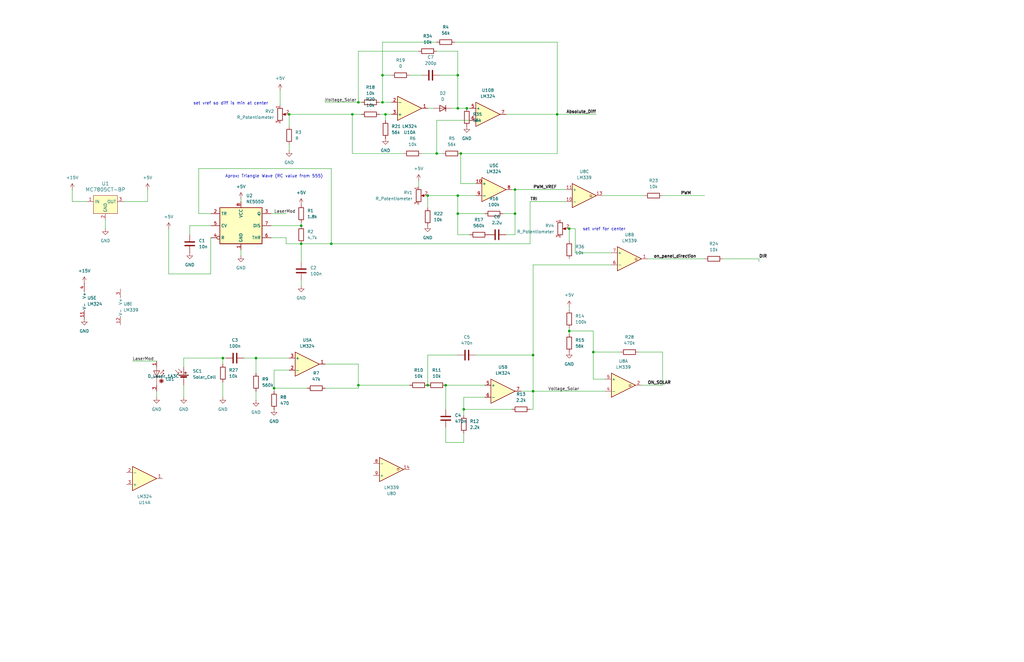
<source format=kicad_sch>
(kicad_sch (version 20231120) (generator "eeschema") (generator_version "8.0")
  (paper "B")
  (lib_symbols
    (symbol "Amplifier_Operational:LM324" (pin_names (offset 0.127))
      (property "Reference" "U" (at 0 5.08 0))
      (property "Value" "LM324" (at 0 -5.08 0))
      (symbol "LM324_1_1"
        (polyline (pts (xy -5.08 5.08) (xy 5.08 0) (xy -5.08 -5.08) (xy -5.08 5.08)) (stroke (width 0.254)) (fill (type background)))
        (pin output line (at 7.62 0 180) (length 2.54) (name "~") (number "1"))
        (pin input line (at -7.62 -2.54 0) (length 2.54) (name "-") (number "2"))
        (pin input line (at -7.62 2.54 0) (length 2.54) (name "+") (number "3"))
      )
      (symbol "LM324_2_1"
        (polyline (pts (xy -5.08 5.08) (xy 5.08 0) (xy -5.08 -5.08) (xy -5.08 5.08)) (stroke (width 0.254)) (fill (type background)))
        (pin input line (at -7.62 2.54 0) (length 2.54) (name "+") (number "5"))
        (pin input line (at -7.62 -2.54 0) (length 2.54) (name "-") (number "6"))
        (pin output line (at 7.62 0 180) (length 2.54) (name "~") (number "7"))
      )
      (symbol "LM324_3_1"
        (polyline (pts (xy -5.08 5.08) (xy 5.08 0) (xy -5.08 -5.08) (xy -5.08 5.08)) (stroke (width 0.254)) (fill (type background)))
        (pin input line (at -7.62 2.54 0) (length 2.54) (name "+") (number "10"))
        (pin output line (at 7.62 0 180) (length 2.54) (name "~") (number "8"))
        (pin input line (at -7.62 -2.54 0) (length 2.54) (name "-") (number "9"))
      )
      (symbol "LM324_4_1"
        (polyline (pts (xy -5.08 5.08) (xy 5.08 0) (xy -5.08 -5.08) (xy -5.08 5.08)) (stroke (width 0.254)) (fill (type background)))
        (pin input line (at -7.62 2.54 0) (length 2.54) (name "+") (number "12"))
        (pin input line (at -7.62 -2.54 0) (length 2.54) (name "-") (number "13"))
        (pin output line (at 7.62 0 180) (length 2.54) (name "~") (number "14"))
      )
      (symbol "LM324_5_1"
        (pin power_in line (at -2.54 -7.62 90) (length 3.81) (name "V-") (number "11"))
        (pin power_in line (at -2.54 7.62 270) (length 3.81) (name "V+") (number "4"))
      )
    )
    (symbol "Comparator:LM339" (pin_names (offset 0.127))
      (property "Reference" "U" (at 0 5.08 0))
      (property "Value" "LM339" (at 0 -5.08 0))
      (symbol "LM339_1_1"
        (polyline (pts (xy -5.08 5.08) (xy 5.08 0) (xy -5.08 -5.08) (xy -5.08 5.08)) (stroke (width 0.254)) (fill (type background)))
        (polyline (pts (xy 3.302 -0.508) (xy 2.794 -0.508) (xy 3.302 0) (xy 2.794 0.508) (xy 2.286 0) (xy 2.794 -0.508) (xy 2.286 -0.508)) (stroke (width 0.127)))
        (pin open_collector line (at 7.62 0 180) (length 2.54) (name "~") (number "2"))
        (pin input line (at -7.62 -2.54 0) (length 2.54) (name "-") (number "4"))
        (pin input line (at -7.62 2.54 0) (length 2.54) (name "+") (number "5"))
      )
      (symbol "LM339_2_1"
        (polyline (pts (xy -5.08 5.08) (xy 5.08 0) (xy -5.08 -5.08) (xy -5.08 5.08)) (stroke (width 0.254)) (fill (type background)))
        (polyline (pts (xy 3.302 -0.508) (xy 2.794 -0.508) (xy 3.302 0) (xy 2.794 0.508) (xy 2.286 0) (xy 2.794 -0.508) (xy 2.286 -0.508)) (stroke (width 0.127)))
        (pin open_collector line (at 7.62 0 180) (length 2.54) (name "~") (number "1"))
        (pin input line (at -7.62 -2.54 0) (length 2.54) (name "-") (number "6"))
        (pin input line (at -7.62 2.54 0) (length 2.54) (name "+") (number "7"))
      )
      (symbol "LM339_3_1"
        (polyline (pts (xy -5.08 5.08) (xy 5.08 0) (xy -5.08 -5.08) (xy -5.08 5.08)) (stroke (width 0.254)) (fill (type background)))
        (polyline (pts (xy 3.302 -0.508) (xy 2.794 -0.508) (xy 3.302 0) (xy 2.794 0.508) (xy 2.286 0) (xy 2.794 -0.508) (xy 2.286 -0.508)) (stroke (width 0.127)))
        (pin input line (at -7.62 -2.54 0) (length 2.54) (name "-") (number "10"))
        (pin input line (at -7.62 2.54 0) (length 2.54) (name "+") (number "11"))
        (pin open_collector line (at 7.62 0 180) (length 2.54) (name "~") (number "13"))
      )
      (symbol "LM339_4_1"
        (polyline (pts (xy -5.08 5.08) (xy 5.08 0) (xy -5.08 -5.08) (xy -5.08 5.08)) (stroke (width 0.254)) (fill (type background)))
        (polyline (pts (xy 3.302 -0.508) (xy 2.794 -0.508) (xy 3.302 0) (xy 2.794 0.508) (xy 2.286 0) (xy 2.794 -0.508) (xy 2.286 -0.508)) (stroke (width 0.127)))
        (pin open_collector line (at 7.62 0 180) (length 2.54) (name "~") (number "14"))
        (pin input line (at -7.62 -2.54 0) (length 2.54) (name "-") (number "8"))
        (pin input line (at -7.62 2.54 0) (length 2.54) (name "+") (number "9"))
      )
      (symbol "LM339_5_1"
        (pin power_in line (at -2.54 -7.62 90) (length 3.81) (name "V-") (number "12"))
        (pin power_in line (at -2.54 7.62 270) (length 3.81) (name "V+") (number "3"))
      )
    )
    (symbol "Device:C" (pin_numbers hide) (pin_names (offset 0.254))
      (property "Reference" "C" (at 0.635 2.54 0))
      (property "Value" "C" (at 0.635 -2.54 0))
      (symbol "C_0_1"
        (polyline (pts (xy -2.032 -0.762) (xy 2.032 -0.762)) (stroke (width 0.508)))
        (polyline (pts (xy -2.032 0.762) (xy 2.032 0.762)) (stroke (width 0.508)))
      )
      (symbol "C_1_1"
        (pin passive line (at 0 3.81 270) (length 2.794) (name "~") (number "1"))
        (pin passive line (at 0 -3.81 90) (length 2.794) (name "~") (number "2"))
      )
    )
    (symbol "Device:D" (pin_numbers hide) (pin_names (offset 1.016) hide)
      (property "Reference" "D" (at 0 2.54 0))
      (property "Value" "D" (at 0 -2.54 0))
      (symbol "D_0_1"
        (polyline (pts (xy -1.27 1.27) (xy -1.27 -1.27)) (stroke (width 0.254)))
        (polyline (pts (xy 1.27 0) (xy -1.27 0)))
        (polyline (pts (xy 1.27 1.27) (xy 1.27 -1.27) (xy -1.27 0) (xy 1.27 1.27)) (stroke (width 0.254)))
      )
      (symbol "D_1_1"
        (pin passive line (at -3.81 0 0) (length 2.54) (name "K") (number "1"))
        (pin passive line (at 3.81 0 180) (length 2.54) (name "A") (number "2"))
      )
    )
    (symbol "Device:D_Laser_1A3C" (pin_names (offset 1.016) hide)
      (property "Reference" "LD" (at -1.27 4.445 0))
      (property "Value" "D_Laser_1A3C" (at -1.27 -2.54 0))
      (symbol "D_Laser_1A3C_0_1"
        (polyline (pts (xy -4.064 1.27) (xy -2.54 2.794)))
        (polyline (pts (xy -4.064 1.778) (xy -2.54 2.286)))
        (polyline (pts (xy -4.064 2.286) (xy -2.54 1.778)))
        (polyline (pts (xy -4.064 2.794) (xy -2.54 1.27)))
        (polyline (pts (xy -3.556 2.794) (xy -3.048 1.27)))
        (polyline (pts (xy -3.302 2.032) (xy -3.302 1.016)))
        (polyline (pts (xy -3.302 2.032) (xy -3.302 3.048)))
        (polyline (pts (xy -3.048 2.794) (xy -3.556 1.27)))
        (polyline (pts (xy -1.778 2.032) (xy -4.318 2.032)))
        (polyline (pts (xy -1.524 1.27) (xy -1.524 -1.27)) (stroke (width 0.2032)))
        (polyline (pts (xy 1.27 3.048) (xy 0.762 3.048)))
        (polyline (pts (xy 2.54 0) (xy -5.08 0)))
        (polyline (pts (xy -0.254 1.524) (xy 1.27 3.048) (xy 1.27 2.54)))
        (polyline (pts (xy 1.016 1.27) (xy 1.016 -1.27) (xy -1.524 0) (xy 1.016 1.27)) (stroke (width 0.2032)))
        (polyline (pts (xy -1.524 1.524) (xy 0 3.048) (xy 0 2.54) (xy 0 3.048) (xy -0.508 3.048)))
      )
      (symbol "D_Laser_1A3C_1_1"
        (pin passive line (at 5.08 0 180) (length 2.54) (name "A") (number "1"))
        (pin passive line (at -7.62 0 0) (length 2.54) (name "K") (number "3"))
      )
    )
    (symbol "Device:R" (pin_numbers hide) (pin_names (offset 0))
      (property "Reference" "R" (at 2.032 0 90))
      (property "Value" "R" (at 0 0 90))
      (symbol "R_0_1"
        (rectangle (start -1.016 -2.54) (end 1.016 2.54) (stroke (width 0.254)))
      )
      (symbol "R_1_1"
        (pin passive line (at 0 3.81 270) (length 1.27) (name "~") (number "1"))
        (pin passive line (at 0 -3.81 90) (length 1.27) (name "~") (number "2"))
      )
    )
    (symbol "Device:R_Potentiometer" (pin_names (offset 1.016) hide)
      (property "Reference" "RV" (at -4.445 0 90))
      (property "Value" "R_Potentiometer" (at -2.54 0 90))
      (symbol "R_Potentiometer_0_1"
        (polyline (pts (xy 2.54 0) (xy 1.524 0)))
        (polyline (pts (xy 1.143 0) (xy 2.286 0.508) (xy 2.286 -0.508) (xy 1.143 0)) (fill (type outline)))
        (rectangle (start 1.016 2.54) (end -1.016 -2.54) (stroke (width 0.254)))
      )
      (symbol "R_Potentiometer_1_1"
        (pin passive line (at 0 3.81 270) (length 1.27) (name "1") (number "1"))
        (pin passive line (at 3.81 0 180) (length 1.27) (name "2") (number "2"))
        (pin passive line (at 0 -3.81 90) (length 1.27) (name "3") (number "3"))
      )
    )
    (symbol "Device:Solar_Cell" (pin_numbers hide) (pin_names (offset 0) hide)
      (property "Reference" "SC" (at 2.54 2.54 0))
      (property "Value" "Solar_Cell" (at 2.54 0 0))
      (symbol "Solar_Cell_0_1"
        (rectangle (start -2.032 1.778) (end 2.032 1.524) (fill (type outline)))
        (rectangle (start -1.3208 1.1938) (end 1.27 0.6858) (fill (type outline)))
        (polyline (pts (xy -2.032 2.286) (xy -3.556 3.81)))
        (polyline (pts (xy -0.762 2.794) (xy -2.286 4.318)))
        (polyline (pts (xy 0 0.762) (xy 0 0)))
        (polyline (pts (xy 0 1.778) (xy 0 2.54)))
        (polyline (pts (xy 0.254 2.667) (xy 1.27 2.667)) (stroke (width 0.254)))
        (polyline (pts (xy 0.762 3.175) (xy 0.762 2.159)) (stroke (width 0.254)))
        (polyline (pts (xy -2.032 3.048) (xy -2.032 2.286) (xy -2.794 2.286)))
        (polyline (pts (xy -0.762 3.556) (xy -0.762 2.794) (xy -1.524 2.794)))
      )
      (symbol "Solar_Cell_1_1"
        (pin passive line (at 0 5.08 270) (length 2.54) (name "+") (number "1"))
        (pin passive line (at 0 -2.54 90) (length 2.54) (name "-") (number "2"))
      )
    )
    (symbol "Timer:NE555D"
      (property "Reference" "U" (at -10.16 8.89 0))
      (property "Value" "NE555D" (at 2.54 8.89 0))
      (symbol "NE555D_0_0"
        (pin power_in line (at 0 -10.16 90) (length 2.54) (name "GND") (number "1"))
        (pin power_in line (at 0 10.16 270) (length 2.54) (name "VCC") (number "8"))
      )
      (symbol "NE555D_0_1"
        (rectangle (start -8.89 -7.62) (end 8.89 7.62) (stroke (width 0.254)) (fill (type background)))
        (rectangle (start -8.89 -7.62) (end 8.89 7.62) (stroke (width 0.254)) (fill (type background)))
      )
      (symbol "NE555D_1_1"
        (pin input line (at -12.7 5.08 0) (length 3.81) (name "TR") (number "2"))
        (pin output line (at 12.7 5.08 180) (length 3.81) (name "Q") (number "3"))
        (pin input inverted (at -12.7 -5.08 0) (length 3.81) (name "R") (number "4"))
        (pin input line (at -12.7 0 0) (length 3.81) (name "CV") (number "5"))
        (pin input line (at 12.7 -5.08 180) (length 3.81) (name "THR") (number "6"))
        (pin input line (at 12.7 0 180) (length 3.81) (name "DIS") (number "7"))
      )
    )
    (symbol "dk_PMIC-Voltage-Regulators-Linear:MC7805CT-BP"
      (property "Reference" "U" (at 0 3.81 0))
      (property "Value" "MC7805CT-BP" (at 0 6.35 0))
      (symbol "MC7805CT-BP_0_1"
        (rectangle (start -5.08 2.54) (end 5.08 -5.08) (fill (type background)))
      )
      (symbol "MC7805CT-BP_1_1"
        (pin power_in line (at -7.62 0 0) (length 2.54) (name "IN") (number "1"))
        (pin power_in line (at 0 -7.62 90) (length 2.54) (name "GND") (number "2"))
        (pin power_out line (at 7.62 0 180) (length 2.54) (name "OUT") (number "3"))
      )
    )
    (symbol "power:+15V" (power) (pin_numbers hide) (pin_names (offset 0) hide)
      (property "Value" "+15V" (at 0 3.556 0))
      (symbol "+15V_0_1"
        (polyline (pts (xy -0.762 1.27) (xy 0 2.54)))
        (polyline (pts (xy 0 0) (xy 0 2.54)))
        (polyline (pts (xy 0 2.54) (xy 0.762 1.27)))
      )
      (symbol "+15V_1_1"
        (pin power_in line (at 0 0 90) (length 0) (name "~") (number "1"))
      )
    )
    (symbol "power:+5V" (power) (pin_numbers hide) (pin_names (offset 0) hide)
      (property "Value" "+5V" (at 0 3.556 0))
      (symbol "+5V_0_1"
        (polyline (pts (xy -0.762 1.27) (xy 0 2.54)))
        (polyline (pts (xy 0 0) (xy 0 2.54)))
        (polyline (pts (xy 0 2.54) (xy 0.762 1.27)))
      )
      (symbol "+5V_1_1"
        (pin power_in line (at 0 0 90) (length 0) (name "~") (number "1"))
      )
    )
    (symbol "power:GND" (power) (pin_numbers hide) (pin_names (offset 0) hide)
      (property "Value" "GND" (at 0 -3.81 0))
      (symbol "GND_0_1"
        (polyline (pts (xy 0 0) (xy 0 -1.27) (xy 1.27 -1.27) (xy 0 -2.54) (xy -1.27 -1.27) (xy 0 -1.27)))
      )
      (symbol "GND_1_1"
        (pin power_in line (at 0 0 270) (length 0) (name "~") (number "1"))
      )
    )
  )
  (junction (at 148.59 48.26))
  (junction (at 107.95 151.13))
  (junction (at 151.13 162.56))
  (junction (at 224.79 149.86))
  (junction (at 193.04 82.55))
  (junction (at 224.79 165.1))
  (junction (at 93.98 151.13))
  (junction (at 193.04 31.75))
  (junction (at 217.17 80.01))
  (junction (at 151.13 43.18))
  (junction (at 234.95 48.26))
  (junction (at 162.56 48.26))
  (junction (at 194.31 64.77))
  (junction (at 240.03 96.52))
  (junction (at 121.92 48.26))
  (junction (at 184.15 64.77))
  (junction (at 139.7 102.87))
  (junction (at 217.17 90.17))
  (junction (at 187.96 162.56))
  (junction (at 161.29 43.18))
  (junction (at 196.85 45.72))
  (junction (at 161.29 31.75))
  (junction (at 115.57 163.83))
  (junction (at 180.34 82.55))
  (junction (at 193.04 45.72))
  (junction (at 195.58 172.72))
  (junction (at 193.04 90.17))
  (junction (at 127 102.87))
  (junction (at 240.03 139.7))
  (junction (at 250.19 148.59))
  (junction (at 180.34 162.56))
  (junction (at 127 95.25))
  (wire (pts (xy 36.83 85.09) (xy 30.48 85.09)))
  (wire (pts (xy 80.01 95.25) (xy 80.01 99.06)))
  (wire (pts (xy 224.79 149.86) (xy 224.79 165.1)))
  (wire (pts (xy 161.29 31.75) (xy 161.29 43.18)))
  (wire (pts (xy 101.6 83.82) (xy 101.6 85.09)))
  (wire (pts (xy 250.19 148.59) (xy 250.19 160.02)))
  (wire (pts (xy 44.45 96.52) (xy 44.45 92.71)))
  (wire (pts (xy 148.59 64.77) (xy 148.59 48.26)))
  (wire (pts (xy 177.8 31.75) (xy 172.72 31.75)))
  (wire (pts (xy 195.58 167.64) (xy 195.58 172.72)))
  (wire (pts (xy 184.15 64.77) (xy 177.8 64.77)))
  (wire (pts (xy 118.11 38.1) (xy 118.11 44.45)))
  (wire (pts (xy 273.05 109.22) (xy 297.18 109.22)))
  (wire (pts (xy 55.88 152.4) (xy 66.04 152.4)))
  (wire (pts (xy 88.9 115.57) (xy 88.9 100.33)))
  (wire (pts (xy 139.7 102.87) (xy 127 102.87)))
  (wire (pts (xy 200.66 77.47) (xy 194.31 77.47)))
  (wire (pts (xy 193.04 31.75) (xy 193.04 45.72)))
  (wire (pts (xy 83.82 71.12) (xy 139.7 71.12)))
  (wire (pts (xy 217.17 90.17) (xy 217.17 99.06)))
  (wire (pts (xy 180.34 162.56) (xy 180.34 149.86)))
  (wire (pts (xy 137.16 43.18) (xy 151.13 43.18)))
  (wire (pts (xy 88.9 115.57) (xy 71.12 115.57)))
  (wire (pts (xy 93.98 151.13) (xy 95.25 151.13)))
  (wire (pts (xy 121.92 48.26) (xy 121.92 53.34)))
  (wire (pts (xy 77.47 154.94) (xy 77.47 151.13)))
  (wire (pts (xy 160.02 48.26) (xy 162.56 48.26)))
  (wire (pts (xy 234.95 48.26) (xy 251.46 48.26)))
  (wire (pts (xy 127 93.98) (xy 127 95.25)))
  (wire (pts (xy 114.3 90.17) (xy 120.65 90.17)))
  (wire (pts (xy 66.04 167.64) (xy 66.04 165.1)))
  (wire (pts (xy 180.34 82.55) (xy 180.34 87.63)))
  (wire (pts (xy 198.12 99.06) (xy 193.04 99.06)))
  (wire (pts (xy 165.1 48.26) (xy 162.56 48.26)))
  (wire (pts (xy 170.18 64.77) (xy 148.59 64.77)))
  (wire (pts (xy 52.07 85.09) (xy 62.23 85.09)))
  (wire (pts (xy 196.85 45.72) (xy 193.04 45.72)))
  (wire (pts (xy 182.88 45.72) (xy 180.34 45.72)))
  (wire (pts (xy 121.92 63.5) (xy 121.92 60.96)))
  (wire (pts (xy 304.8 109.22) (xy 320.04 109.22)))
  (wire (pts (xy 193.04 21.59) (xy 193.04 31.75)))
  (wire (pts (xy 161.29 17.78) (xy 184.15 17.78)))
  (wire (pts (xy 107.95 168.91) (xy 107.95 165.1)))
  (wire (pts (xy 139.7 71.12) (xy 139.7 102.87)))
  (wire (pts (xy 184.15 21.59) (xy 193.04 21.59)))
  (wire (pts (xy 165.1 31.75) (xy 161.29 31.75)))
  (wire (pts (xy 137.16 153.67) (xy 151.13 153.67)))
  (wire (pts (xy 194.31 64.77) (xy 234.95 64.77)))
  (wire (pts (xy 120.65 102.87) (xy 120.65 100.33)))
  (wire (pts (xy 93.98 167.64) (xy 93.98 161.29)))
  (wire (pts (xy 137.16 41.91) (xy 137.16 43.18)))
  (wire (pts (xy 77.47 151.13) (xy 93.98 151.13)))
  (wire (pts (xy 160.02 43.18) (xy 161.29 43.18)))
  (wire (pts (xy 115.57 163.83) (xy 115.57 165.1)))
  (wire (pts (xy 151.13 163.83) (xy 137.16 163.83)))
  (wire (pts (xy 212.09 90.17) (xy 217.17 90.17)))
  (wire (pts (xy 151.13 153.67) (xy 151.13 162.56)))
  (wire (pts (xy 257.81 111.76) (xy 224.79 111.76)))
  (wire (pts (xy 195.58 186.69) (xy 195.58 182.88)))
  (wire (pts (xy 127 95.25) (xy 114.3 95.25)))
  (wire (pts (xy 204.47 167.64) (xy 195.58 167.64)))
  (wire (pts (xy 62.23 80.01) (xy 62.23 85.09)))
  (wire (pts (xy 127 102.87) (xy 127 110.49)))
  (wire (pts (xy 127 120.65) (xy 127 118.11)))
  (wire (pts (xy 161.29 43.18) (xy 165.1 43.18)))
  (wire (pts (xy 194.31 64.77) (xy 194.31 77.47)))
  (wire (pts (xy 234.95 17.78) (xy 234.95 48.26)))
  (wire (pts (xy 254 82.55) (xy 271.78 82.55)))
  (wire (pts (xy 219.71 165.1) (xy 224.79 165.1)))
  (wire (pts (xy 151.13 162.56) (xy 151.13 163.83)))
  (wire (pts (xy 193.04 90.17) (xy 204.47 90.17)))
  (wire (pts (xy 261.62 148.59) (xy 250.19 148.59)))
  (wire (pts (xy 195.58 172.72) (xy 195.58 175.26)))
  (wire (pts (xy 279.4 148.59) (xy 279.4 162.56)))
  (wire (pts (xy 180.34 149.86) (xy 193.04 149.86)))
  (wire (pts (xy 223.52 85.09) (xy 238.76 85.09)))
  (wire (pts (xy 187.96 172.72) (xy 187.96 162.56)))
  (wire (pts (xy 240.03 96.52) (xy 240.03 101.6)))
  (wire (pts (xy 77.47 167.64) (xy 77.47 162.56)))
  (wire (pts (xy 83.82 90.17) (xy 88.9 90.17)))
  (wire (pts (xy 180.34 82.55) (xy 193.04 82.55)))
  (wire (pts (xy 191.77 17.78) (xy 234.95 17.78)))
  (wire (pts (xy 224.79 165.1) (xy 255.27 165.1)))
  (wire (pts (xy 148.59 48.26) (xy 152.4 48.26)))
  (wire (pts (xy 127 102.87) (xy 120.65 102.87)))
  (wire (pts (xy 217.17 90.17) (xy 217.17 80.01)))
  (wire (pts (xy 151.13 162.56) (xy 172.72 162.56)))
  (wire (pts (xy 102.87 151.13) (xy 107.95 151.13)))
  (wire (pts (xy 213.36 48.26) (xy 234.95 48.26)))
  (wire (pts (xy 115.57 156.21) (xy 115.57 163.83)))
  (wire (pts (xy 93.98 153.67) (xy 93.98 151.13)))
  (wire (pts (xy 223.52 102.87) (xy 223.52 85.09)))
  (wire (pts (xy 270.51 162.56) (xy 279.4 162.56)))
  (wire (pts (xy 213.36 99.06) (xy 217.17 99.06)))
  (wire (pts (xy 139.7 102.87) (xy 223.52 102.87)))
  (wire (pts (xy 151.13 43.18) (xy 152.4 43.18)))
  (wire (pts (xy 250.19 139.7) (xy 240.03 139.7)))
  (wire (pts (xy 240.03 140.97) (xy 240.03 139.7)))
  (wire (pts (xy 234.95 64.77) (xy 234.95 48.26)))
  (wire (pts (xy 193.04 82.55) (xy 200.66 82.55)))
  (wire (pts (xy 151.13 21.59) (xy 176.53 21.59)))
  (wire (pts (xy 279.4 82.55) (xy 297.18 82.55)))
  (wire (pts (xy 151.13 43.18) (xy 151.13 21.59)))
  (wire (pts (xy 161.29 31.75) (xy 161.29 17.78)))
  (wire (pts (xy 187.96 180.34) (xy 187.96 186.69)))
  (wire (pts (xy 240.03 139.7) (xy 240.03 138.43)))
  (wire (pts (xy 107.95 151.13) (xy 121.92 151.13)))
  (wire (pts (xy 215.9 80.01) (xy 217.17 80.01)))
  (wire (pts (xy 224.79 172.72) (xy 224.79 165.1)))
  (wire (pts (xy 320.04 109.22) (xy 320.04 110.49)))
  (wire (pts (xy 185.42 31.75) (xy 193.04 31.75)))
  (wire (pts (xy 30.48 85.09) (xy 30.48 80.01)))
  (wire (pts (xy 242.57 96.52) (xy 242.57 106.68)))
  (wire (pts (xy 184.15 50.8) (xy 184.15 64.77)))
  (wire (pts (xy 198.12 50.8) (xy 184.15 50.8)))
  (wire (pts (xy 250.19 139.7) (xy 250.19 148.59)))
  (wire (pts (xy 240.03 129.54) (xy 240.03 130.81)))
  (wire (pts (xy 255.27 160.02) (xy 250.19 160.02)))
  (wire (pts (xy 240.03 96.52) (xy 242.57 96.52)))
  (wire (pts (xy 121.92 48.26) (xy 148.59 48.26)))
  (wire (pts (xy 71.12 96.52) (xy 71.12 115.57)))
  (wire (pts (xy 115.57 163.83) (xy 129.54 163.83)))
  (wire (pts (xy 101.6 107.95) (xy 101.6 105.41)))
  (wire (pts (xy 88.9 95.25) (xy 80.01 95.25)))
  (wire (pts (xy 186.69 64.77) (xy 184.15 64.77)))
  (wire (pts (xy 257.81 106.68) (xy 242.57 106.68)))
  (wire (pts (xy 187.96 186.69) (xy 195.58 186.69)))
  (wire (pts (xy 217.17 80.01) (xy 238.76 80.01)))
  (wire (pts (xy 193.04 90.17) (xy 193.04 99.06)))
  (wire (pts (xy 224.79 111.76) (xy 224.79 149.86)))
  (wire (pts (xy 223.52 172.72) (xy 224.79 172.72)))
  (wire (pts (xy 162.56 50.8) (xy 162.56 48.26)))
  (wire (pts (xy 107.95 157.48) (xy 107.95 151.13)))
  (wire (pts (xy 121.92 156.21) (xy 115.57 156.21)))
  (wire (pts (xy 114.3 100.33) (xy 120.65 100.33)))
  (wire (pts (xy 193.04 45.72) (xy 190.5 45.72)))
  (wire (pts (xy 200.66 149.86) (xy 224.79 149.86)))
  (wire (pts (xy 187.96 162.56) (xy 204.47 162.56)))
  (wire (pts (xy 83.82 90.17) (xy 83.82 71.12)))
  (wire (pts (xy 195.58 172.72) (xy 215.9 172.72)))
  (wire (pts (xy 193.04 90.17) (xy 193.04 82.55)))
  (wire (pts (xy 198.12 45.72) (xy 196.85 45.72)))
  (wire (pts (xy 269.24 148.59) (xy 279.4 148.59)))
  (wire (pts (xy 176.53 76.2) (xy 176.53 78.74)))
  (text "Aprox: Triangle Wave (RC value from 555)" (at 115.57 74.422 0) (effects (font (size 1.27 1.27))))
  (text "set vref for center" (at 254.762 96.774 0) (effects (font (size 1.27 1.27))))
  (text "set vref so diff is min at center " (at 97.79 43.688 0) (effects (font (size 1.27 1.27))))
  (label "PWM_VREF" (at 224.79 80.01 0) (effects (font (bold yes))))
  (label "Absolute_Diff" (at 238.76 48.26 0) (effects (font (bold yes))))
  (label "DIR" (at 320.04 109.22 0) (effects (font (bold yes))))
  (label "LaserMod" (at 115.57 90.17 0))
  (label "Voltage_Solar" (at 231.14 165.1 0))
  (label "LaserMod" (at 55.88 152.4 0))
  (label "Voltage_Solar" (at 137.16 43.18 0))
  (label "on_panel_direction" (at 275.59 109.22 0) (effects (font (bold yes))))
  (label "PWM" (at 287.02 82.55 0) (effects (font (bold yes))))
  (label "TRI" (at 223.52 85.09 0) (effects (font (bold yes))))
  (label "ON_SOLAR" (at 273.05 162.56 0) (effects (font (bold yes))))
  (symbol (lib_id "Amplifier_Operational:LM324") (at 208.28 80.01 0) (unit 3)
    (property "Reference" "U5" (at 208.28 69.85 0))
    (property "Value" "LM324" (at 208.28 72.39 0))
    (property "Datasheet" "http://www.ti.com/lit/ds/symlink/lm2902-n.pdf" (effects (hide yes)))
    (property "Description" "Low-Power, Quad-Operational Amplifiers, DIP-14/SOIC-14/SSOP-14" (effects (hide yes)))
  )
  (symbol (lib_id "power:+5V") (at 118.11 38.1 0) (unit 1)
    (property "Reference" "#PWR036" (effects (hide yes)))
    (property "Value" "+5V" (at 118.11 33.02 0))
    (property "Description" "Power symbol creates a global label with name \"+5V\"" (effects (hide yes)))
  )
  (symbol (lib_id "power:GND") (at 127 120.65 0) (unit 1)
    (property "Reference" "#PWR09" (effects (hide yes)))
    (property "Value" "GND" (at 127 125.73 0))
    (property "Description" "Power symbol creates a global label with name \"GND\" , ground" (effects (hide yes)))
  )
  (symbol (lib_id "Device:R") (at 168.91 31.75 90) (unit 1)
    (property "Reference" "R19" (at 168.91 25.4 90))
    (property "Value" "0" (at 168.91 27.94 90))
    (property "Description" "Resistor" (effects (hide yes)))
  )
  (symbol (lib_id "Device:R") (at 127 99.06 0) (unit 1)
    (property "Reference" "R2" (at 129.54 97.7899 0) (effects (justify left)))
    (property "Value" "4.7k" (at 129.54 100.3299 0) (effects (justify left)))
    (property "Description" "Resistor" (effects (hide yes)))
  )
  (symbol (lib_id "Device:R") (at 240.03 105.41 0) (unit 1)
    (property "Reference" "R36" (at 242.57 104.1399 0) (effects (justify left)))
    (property "Value" "10k" (at 242.57 106.6799 0) (effects (justify left)))
    (property "Description" "Resistor" (effects (hide yes)))
  )
  (symbol (lib_id "power:GND") (at 162.56 58.42 0) (unit 1)
    (property "Reference" "#PWR034" (effects (hide yes)))
    (property "Value" "GND" (at 162.56 63.5 0))
    (property "Description" "Power symbol creates a global label with name \"GND\" , ground" (effects (hide yes)))
  )
  (symbol (lib_id "Device:R") (at 195.58 179.07 180) (unit 1)
    (property "Reference" "R12" (at 198.12 177.7999 0) (effects (justify right)))
    (property "Value" "2.2k" (at 198.12 180.3399 0) (effects (justify right)))
    (property "Description" "Resistor" (effects (hide yes)))
  )
  (symbol (lib_id "Comparator:LM339") (at 53.34 129.54 0) (unit 5)
    (property "Reference" "U8" (at 52.07 128.2699 0) (effects (justify left)))
    (property "Value" "LM339" (at 52.07 130.8099 0) (effects (justify left)))
    (property "Datasheet" "https://www.st.com/resource/en/datasheet/lm139.pdf" (effects (hide yes)))
    (property "Description" "Quad Differential Comparators, SOIC-14/TSSOP-14" (effects (hide yes)))
  )
  (symbol (lib_id "power:GND") (at 35.56 134.62 0) (unit 1)
    (property "Reference" "#PWR021" (effects (hide yes)))
    (property "Value" "GND" (at 35.56 139.7 0))
    (property "Description" "Power symbol creates a global label with name \"GND\" , ground" (effects (hide yes)))
  )
  (symbol (lib_id "Amplifier_Operational:LM324") (at 172.72 45.72 0) (mirror x) (unit 1)
    (property "Reference" "U10" (at 172.72 55.88 0))
    (property "Value" "LM324" (at 172.72 53.34 0))
    (property "Datasheet" "http://www.ti.com/lit/ds/symlink/lm2902-n.pdf" (effects (hide yes)))
    (property "Description" "Low-Power, Quad-Operational Amplifiers, DIP-14/SOIC-14/SSOP-14" (effects (hide yes)))
  )
  (symbol (lib_id "Comparator:LM339") (at 246.38 82.55 0) (unit 3)
    (property "Reference" "U8" (at 246.38 72.39 0))
    (property "Value" "LM339" (at 246.38 74.93 0))
    (property "Datasheet" "https://www.st.com/resource/en/datasheet/lm139.pdf" (effects (hide yes)))
    (property "Description" "Quad Differential Comparators, SOIC-14/TSSOP-14" (effects (hide yes)))
  )
  (symbol (lib_id "Device:R") (at 162.56 54.61 180) (unit 1)
    (property "Reference" "R21" (at 165.1 53.3399 0) (effects (justify right)))
    (property "Value" "56k" (at 165.1 55.8799 0) (effects (justify right)))
    (property "Description" "Resistor" (effects (hide yes)))
  )
  (symbol (lib_id "power:+5V") (at 71.12 96.52 0) (unit 1)
    (property "Reference" "#PWR04" (effects (hide yes)))
    (property "Value" "+5V" (at 71.12 91.44 0))
    (property "Description" "Power symbol creates a global label with name \"+5V\"" (effects (hide yes)))
  )
  (symbol (lib_id "Device:R") (at 93.98 157.48 0) (unit 1)
    (property "Reference" "R27" (at 96.52 156.2099 0) (effects (justify left)))
    (property "Value" "10k" (at 96.52 158.7499 0) (effects (justify left)))
    (property "Description" "Resistor" (effects (hide yes)))
  )
  (symbol (lib_id "power:+5V") (at 101.6 83.82 0) (unit 1)
    (property "Reference" "#PWR06" (effects (hide yes)))
    (property "Value" "+5V" (at 101.6 78.74 0))
    (property "Description" "Power symbol creates a global label with name \"+5V\"" (effects (hide yes)))
  )
  (symbol (lib_id "Timer:NE555D") (at 101.6 95.25 0) (unit 1)
    (property "Reference" "U2" (at 103.7941 82.55 0) (effects (justify left)))
    (property "Value" "NE555D" (at 103.7941 85.09 0) (effects (justify left)))
    (property "Footprint" "Package_SO:SOIC-8_3.9x4.9mm_P1.27mm" (effects (hide yes)))
    (property "Datasheet" "http://www.ti.com/lit/ds/symlink/ne555.pdf" (effects (hide yes)))
    (property "Description" "Precision Timers, 555 compatible, SOIC-8" (effects (hide yes)))
  )
  (symbol (lib_id "Device:R") (at 275.59 82.55 90) (unit 1)
    (property "Reference" "R23" (at 275.59 76.2 90))
    (property "Value" "10k" (at 275.59 78.74 90))
    (property "Description" "Resistor" (effects (hide yes)))
  )
  (symbol (lib_id "power:GND") (at 115.57 172.72 0) (unit 1)
    (property "Reference" "#PWR020" (effects (hide yes)))
    (property "Value" "GND" (at 115.57 177.8 0))
    (property "Description" "Power symbol creates a global label with name \"GND\" , ground" (effects (hide yes)))
  )
  (symbol (lib_id "power:GND") (at 66.04 167.64 0) (unit 1)
    (property "Reference" "#PWR028" (effects (hide yes)))
    (property "Value" "GND" (at 66.04 172.72 0))
    (property "Description" "Power symbol creates a global label with name \"GND\" , ground" (effects (hide yes)))
  )
  (symbol (lib_id "power:GND") (at 121.92 63.5 0) (unit 1)
    (property "Reference" "#PWR035" (effects (hide yes)))
    (property "Value" "GND" (at 121.92 68.58 0))
    (property "Description" "Power symbol creates a global label with name \"GND\" , ground" (effects (hide yes)))
  )
  (symbol (lib_id "Device:R_Potentiometer") (at 236.22 96.52 0) (unit 1)
    (property "Reference" "RV4" (at 233.68 95.2499 0) (effects (justify right)))
    (property "Value" "R_Potentiometer" (at 233.68 97.7899 0) (effects (justify right)))
    (property "Description" "Potentiometer" (effects (hide yes)))
  )
  (symbol (lib_id "Device:D_Laser_1A3C") (at 66.04 157.48 270) (mirror x) (unit 1)
    (property "Reference" "LD1" (at 69.85 160.0201 90) (effects (justify left)))
    (property "Value" "D_Laser_1A3C" (at 62.23 158.7501 90) (effects (justify left)))
    (property "Description" "Laser diode, cathode on pin 3, anode on pin 1" (effects (hide yes)))
  )
  (symbol (lib_id "Device:C") (at 196.85 149.86 90) (unit 1)
    (property "Reference" "C5" (at 196.85 142.24 90))
    (property "Value" "470n" (at 196.85 144.78 90))
    (property "Description" "Unpolarized capacitor" (effects (hide yes)))
  )
  (symbol (lib_id "Device:R") (at 208.28 90.17 90) (unit 1)
    (property "Reference" "R16" (at 208.28 83.82 90))
    (property "Value" "100k" (at 208.28 86.36 90))
    (property "Description" "Resistor" (effects (hide yes)))
  )
  (symbol (lib_id "power:GND") (at 93.98 167.64 0) (unit 1)
    (property "Reference" "#PWR029" (effects (hide yes)))
    (property "Value" "GND" (at 93.98 172.72 0))
    (property "Description" "Power symbol creates a global label with name \"GND\" , ground" (effects (hide yes)))
  )
  (symbol (lib_id "Device:R") (at 190.5 64.77 90) (unit 1)
    (property "Reference" "R5" (at 190.5 58.42 90))
    (property "Value" "56k" (at 190.5 60.96 90))
    (property "Description" "Resistor" (effects (hide yes)))
  )
  (symbol (lib_id "Device:R") (at 176.53 162.56 90) (unit 1)
    (property "Reference" "R10" (at 176.53 156.21 90))
    (property "Value" "10k" (at 176.53 158.75 90))
    (property "Description" "Resistor" (effects (hide yes)))
  )
  (symbol (lib_id "Device:R") (at 196.85 49.53 180) (unit 1)
    (property "Reference" "R35" (at 199.39 48.2599 0) (effects (justify right)))
    (property "Value" "56k" (at 199.39 50.7999 0) (effects (justify right)))
    (property "Description" "Resistor" (effects (hide yes)))
  )
  (symbol (lib_id "Device:R") (at 240.03 144.78 0) (unit 1)
    (property "Reference" "R15" (at 242.57 143.5099 0) (effects (justify left)))
    (property "Value" "56k" (at 242.57 146.0499 0) (effects (justify left)))
    (property "Description" "Resistor" (effects (hide yes)))
  )
  (symbol (lib_id "Device:R") (at 127 90.17 0) (unit 1)
    (property "Reference" "R1" (at 129.54 88.8999 0) (effects (justify left)))
    (property "Value" "1.8k" (at 129.54 91.4399 0) (effects (justify left)))
    (property "Description" "Resistor" (effects (hide yes)))
  )
  (symbol (lib_id "Device:R") (at 180.34 21.59 90) (unit 1)
    (property "Reference" "R34" (at 180.34 15.24 90))
    (property "Value" "10k" (at 180.34 17.78 90))
    (property "Description" "Resistor" (effects (hide yes)))
  )
  (symbol (lib_id "Device:R_Potentiometer") (at 118.11 48.26 0) (unit 1)
    (property "Reference" "RV2" (at 115.57 46.9899 0) (effects (justify right)))
    (property "Value" "R_Potentiometer" (at 115.57 49.5299 0) (effects (justify right)))
    (property "Description" "Potentiometer" (effects (hide yes)))
  )
  (symbol (lib_id "Device:C") (at 209.55 99.06 90) (unit 1)
    (property "Reference" "C6" (at 209.55 91.44 90))
    (property "Value" "2.2u" (at 209.55 93.98 90))
    (property "Description" "Unpolarized capacitor" (effects (hide yes)))
  )
  (symbol (lib_id "power:+5V") (at 127 86.36 0) (unit 1)
    (property "Reference" "#PWR08" (effects (hide yes)))
    (property "Value" "+5V" (at 127 81.28 0))
    (property "Description" "Power symbol creates a global label with name \"+5V\"" (effects (hide yes)))
  )
  (symbol (lib_id "power:GND") (at 80.01 106.68 0) (unit 1)
    (property "Reference" "#PWR05" (effects (hide yes)))
    (property "Value" "GND" (at 80.01 111.76 0))
    (property "Description" "Power symbol creates a global label with name \"GND\" , ground" (effects (hide yes)))
  )
  (symbol (lib_id "Device:Solar_Cell") (at 77.47 160.02 0) (unit 1)
    (property "Reference" "SC1" (at 81.28 156.5909 0) (effects (justify left)))
    (property "Value" "Solar_Cell" (at 81.28 159.1309 0) (effects (justify left)))
    (property "Description" "Single solar cell" (effects (hide yes)))
  )
  (symbol (lib_id "Amplifier_Operational:LM324") (at 38.1 127 0) (unit 5)
    (property "Reference" "U5" (at 36.83 125.7299 0) (effects (justify left)))
    (property "Value" "LM324" (at 36.83 128.2699 0) (effects (justify left)))
    (property "Datasheet" "http://www.ti.com/lit/ds/symlink/lm2902-n.pdf" (effects (hide yes)))
    (property "Description" "Low-Power, Quad-Operational Amplifiers, DIP-14/SOIC-14/SSOP-14" (effects (hide yes)))
  )
  (symbol (lib_id "Device:R") (at 300.99 109.22 90) (unit 1)
    (property "Reference" "R24" (at 300.99 102.87 90))
    (property "Value" "10k" (at 300.99 105.41 90))
    (property "Description" "Resistor" (effects (hide yes)))
  )
  (symbol (lib_id "power:GND") (at 196.85 53.34 0) (unit 1)
    (property "Reference" "#PWR042" (effects (hide yes)))
    (property "Value" "GND" (at 196.85 58.42 0))
    (property "Description" "Power symbol creates a global label with name \"GND\" , ground" (effects (hide yes)))
  )
  (symbol (lib_id "Device:R") (at 115.57 168.91 0) (unit 1)
    (property "Reference" "R8" (at 118.11 167.6399 0) (effects (justify left)))
    (property "Value" "470" (at 118.11 170.1799 0) (effects (justify left)))
    (property "Description" "Resistor" (effects (hide yes)))
  )
  (symbol (lib_id "Device:C") (at 187.96 176.53 180) (unit 1)
    (property "Reference" "C4" (at 191.77 175.2599 0) (effects (justify right)))
    (property "Value" "470n" (at 191.77 177.7999 0) (effects (justify right)))
    (property "Description" "Unpolarized capacitor" (effects (hide yes)))
  )
  (symbol (lib_id "Device:C") (at 80.01 102.87 0) (unit 1)
    (property "Reference" "C1" (at 83.82 101.5999 0) (effects (justify left)))
    (property "Value" "10n" (at 83.82 104.1399 0) (effects (justify left)))
    (property "Description" "Unpolarized capacitor" (effects (hide yes)))
  )
  (symbol (lib_id "Device:R") (at 201.93 99.06 90) (unit 1)
    (property "Reference" "R17" (at 201.93 92.71 90))
    (property "Value" "560k" (at 201.93 95.25 90))
    (property "Description" "Resistor" (effects (hide yes)))
  )
  (symbol (lib_id "Device:R") (at 133.35 163.83 90) (unit 1)
    (property "Reference" "R7" (at 133.35 157.48 90))
    (property "Value" "47k" (at 133.35 160.02 90))
    (property "Description" "Resistor" (effects (hide yes)))
  )
  (symbol (lib_id "Device:R") (at 173.99 64.77 90) (unit 1)
    (property "Reference" "R6" (at 173.99 58.42 90))
    (property "Value" "10k" (at 173.99 60.96 90))
    (property "Description" "Resistor" (effects (hide yes)))
  )
  (symbol (lib_id "Device:R") (at 107.95 161.29 0) (unit 1)
    (property "Reference" "R9" (at 110.49 160.0199 0) (effects (justify left)))
    (property "Value" "560k" (at 110.49 162.5599 0) (effects (justify left)))
    (property "Description" "Resistor" (effects (hide yes)))
  )
  (symbol (lib_id "power:GND") (at 240.03 148.59 0) (unit 1)
    (property "Reference" "#PWR030" (effects (hide yes)))
    (property "Value" "GND" (at 240.03 153.67 0))
    (property "Description" "Power symbol creates a global label with name \"GND\" , ground" (effects (hide yes)))
  )
  (symbol (lib_id "Device:R") (at 121.92 57.15 0) (unit 1)
    (property "Reference" "R3" (at 124.46 55.8799 0) (effects (justify left)))
    (property "Value" "R" (at 124.46 58.4199 0) (effects (justify left)))
    (property "Description" "Resistor" (effects (hide yes)))
  )
  (symbol (lib_id "dk_PMIC-Voltage-Regulators-Linear:MC7805CT-BP") (at 44.45 85.09 0) (unit 1)
    (property "Reference" "U1" (at 44.45 77.47 0) (effects (font (size 1.524 1.524))))
    (property "Value" "MC7805CT-BP" (at 44.45 80.01 0) (effects (font (size 1.524 1.524))))
    (property "Footprint" "digikey-footprints:TO-220-3" (effects (hide yes)))
    (property "Datasheet" "https://www.mccsemi.com/pdf/Products/MC7805CT(TO-220).pdf" (effects (hide yes)))
    (property "Description" "IC REG LINEAR 5V 1.5A TO220" (effects (hide yes)))
    (property "MPN" "MC7805CT-BP" (effects (hide yes)))
    (property "Category" "Integrated Circuits (ICs)" (effects (hide yes)))
    (property "Family" "PMIC - Voltage Regulators - Linear" (effects (hide yes)))
    (property "DK_Datasheet_Link" "https://www.mccsemi.com/pdf/Products/MC7805CT(TO-220).pdf" (effects (hide yes)))
    (property "DK_Detail_Page" "/product-detail/en/micro-commercial-co/MC7805CT-BP/MC7805CT-BPMS-ND/804682" (effects (hide yes)))
    (property "Description_1" "IC REG LINEAR 5V 1.5A TO220" (effects (hide yes)))
    (property "Manufacturer" "Micro Commercial Co" (effects (hide yes)))
    (property "Status" "Active" (effects (hide yes)))
  )
  (symbol (lib_id "Amplifier_Operational:LM324") (at 129.54 153.67 0) (unit 1)
    (property "Reference" "U5" (at 129.54 143.51 0))
    (property "Value" "LM324" (at 129.54 146.05 0))
    (property "Datasheet" "http://www.ti.com/lit/ds/symlink/lm2902-n.pdf" (effects (hide yes)))
    (property "Description" "Low-Power, Quad-Operational Amplifiers, DIP-14/SOIC-14/SSOP-14" (effects (hide yes)))
  )
  (symbol (lib_id "power:GND") (at 107.95 168.91 0) (unit 1)
    (property "Reference" "#PWR023" (effects (hide yes)))
    (property "Value" "GND" (at 107.95 173.99 0))
    (property "Description" "Power symbol creates a global label with name \"GND\" , ground" (effects (hide yes)))
  )
  (symbol (lib_id "power:+5V") (at 176.53 76.2 0) (unit 1)
    (property "Reference" "#PWR037" (effects (hide yes)))
    (property "Value" "+5V" (at 176.53 71.12 0))
    (property "Description" "Power symbol creates a global label with name \"+5V\"" (effects (hide yes)))
  )
  (symbol (lib_id "Device:R") (at 180.34 91.44 0) (unit 1)
    (property "Reference" "R22" (at 182.88 90.1699 0) (effects (justify left)))
    (property "Value" "10k" (at 182.88 92.7099 0) (effects (justify left)))
    (property "Description" "Resistor" (effects (hide yes)))
  )
  (symbol (lib_id "power:GND") (at 101.6 107.95 0) (unit 1)
    (property "Reference" "#PWR07" (effects (hide yes)))
    (property "Value" "GND" (at 101.6 113.03 0))
    (property "Description" "Power symbol creates a global label with name \"GND\" , ground" (effects (hide yes)))
  )
  (symbol (lib_id "Amplifier_Operational:LM324") (at 205.74 48.26 0) (unit 2)
    (property "Reference" "U10" (at 205.74 38.1 0))
    (property "Value" "LM324" (at 205.74 40.64 0))
    (property "Datasheet" "http://www.ti.com/lit/ds/symlink/lm2902-n.pdf" (effects (hide yes)))
    (property "Description" "Low-Power, Quad-Operational Amplifiers, DIP-14/SOIC-14/SSOP-14" (effects (hide yes)))
  )
  (symbol (lib_id "Device:R") (at 156.21 48.26 90) (unit 1)
    (property "Reference" "R20" (at 156.21 41.91 90))
    (property "Value" "10k" (at 156.21 44.45 90))
    (property "Description" "Resistor" (effects (hide yes)))
  )
  (symbol (lib_id "power:+5V") (at 62.23 80.01 0) (unit 1)
    (property "Reference" "#PWR03" (effects (hide yes)))
    (property "Value" "+5V" (at 62.23 74.93 0))
    (property "Description" "Power symbol creates a global label with name \"+5V\"" (effects (hide yes)))
  )
  (symbol (lib_id "Comparator:LM339") (at 265.43 109.22 0) (unit 2)
    (property "Reference" "U8" (at 265.43 99.06 0))
    (property "Value" "LM339" (at 265.43 101.6 0))
    (property "Datasheet" "https://www.st.com/resource/en/datasheet/lm139.pdf" (effects (hide yes)))
    (property "Description" "Quad Differential Comparators, SOIC-14/TSSOP-14" (effects (hide yes)))
  )
  (symbol (lib_id "Device:R") (at 184.15 162.56 90) (unit 1)
    (property "Reference" "R11" (at 184.15 156.21 90))
    (property "Value" "10k" (at 184.15 158.75 90))
    (property "Description" "Resistor" (effects (hide yes)))
  )
  (symbol (lib_id "power:GND") (at 180.34 95.25 0) (unit 1)
    (property "Reference" "#PWR033" (effects (hide yes)))
    (property "Value" "GND" (at 180.34 100.33 0))
    (property "Description" "Power symbol creates a global label with name \"GND\" , ground" (effects (hide yes)))
  )
  (symbol (lib_id "Comparator:LM339") (at 165.1 198.12 0) (mirror x) (unit 4)
    (property "Reference" "U8" (at 165.1 208.28 0))
    (property "Value" "LM339" (at 165.1 205.74 0))
    (property "Datasheet" "https://www.st.com/resource/en/datasheet/lm139.pdf" (effects (hide yes)))
    (property "Description" "Quad Differential Comparators, SOIC-14/TSSOP-14" (effects (hide yes)))
  )
  (symbol (lib_id "power:GND") (at 77.47 167.64 0) (unit 1)
    (property "Reference" "#PWR019" (effects (hide yes)))
    (property "Value" "GND" (at 77.47 172.72 0))
    (property "Description" "Power symbol creates a global label with name \"GND\" , ground" (effects (hide yes)))
  )
  (symbol (lib_id "Device:D") (at 186.69 45.72 180) (unit 1)
    (property "Reference" "D2" (at 186.69 39.37 0))
    (property "Value" "D" (at 186.69 41.91 0))
    (property "Description" "Diode" (effects (hide yes)))
    (property "Sim.Device" "D" (effects (hide yes)))
    (property "Sim.Pins" "1=K 2=A" (effects (hide yes)))
  )
  (symbol (lib_id "Device:R") (at 156.21 43.18 90) (unit 1)
    (property "Reference" "R18" (at 156.21 36.83 90))
    (property "Value" "10k" (at 156.21 39.37 90))
    (property "Description" "Resistor" (effects (hide yes)))
  )
  (symbol (lib_id "Device:R") (at 187.96 17.78 90) (unit 1)
    (property "Reference" "R4" (at 187.96 11.43 90))
    (property "Value" "56k" (at 187.96 13.97 90))
    (property "Description" "Resistor" (effects (hide yes)))
  )
  (symbol (lib_id "Device:R") (at 265.43 148.59 90) (unit 1)
    (property "Reference" "R28" (at 265.43 142.24 90))
    (property "Value" "470k" (at 265.43 144.78 90))
    (property "Description" "Resistor" (effects (hide yes)))
  )
  (symbol (lib_id "power:+5V") (at 240.03 129.54 0) (unit 1)
    (property "Reference" "#PWR038" (effects (hide yes)))
    (property "Value" "+5V" (at 240.03 124.46 0))
    (property "Description" "Power symbol creates a global label with name \"+5V\"" (effects (hide yes)))
  )
  (symbol (lib_id "Amplifier_Operational:LM324") (at 212.09 165.1 0) (unit 2)
    (property "Reference" "U5" (at 212.09 154.94 0))
    (property "Value" "LM324" (at 212.09 157.48 0))
    (property "Datasheet" "http://www.ti.com/lit/ds/symlink/lm2902-n.pdf" (effects (hide yes)))
    (property "Description" "Low-Power, Quad-Operational Amplifiers, DIP-14/SOIC-14/SSOP-14" (effects (hide yes)))
  )
  (symbol (lib_id "Amplifier_Operational:LM324") (at 60.96 201.93 0) (mirror x) (unit 1)
    (property "Reference" "U14" (at 60.96 212.09 0))
    (property "Value" "LM324" (at 60.96 209.55 0))
    (property "Datasheet" "http://www.ti.com/lit/ds/symlink/lm2902-n.pdf" (effects (hide yes)))
    (property "Description" "Low-Power, Quad-Operational Amplifiers, DIP-14/SOIC-14/SSOP-14" (effects (hide yes)))
  )
  (symbol (lib_id "power:+15V") (at 30.48 80.01 0) (unit 1)
    (property "Reference" "#PWR01" (effects (hide yes)))
    (property "Value" "+15V" (at 30.48 74.93 0))
    (property "Description" "Power symbol creates a global label with name \"+15V\"" (effects (hide yes)))
  )
  (symbol (lib_id "Device:R") (at 219.71 172.72 270) (unit 1)
    (property "Reference" "R13" (at 219.71 166.37 90))
    (property "Value" "2.2k" (at 219.71 168.91 90))
    (property "Description" "Resistor" (effects (hide yes)))
  )
  (symbol (lib_id "Device:C") (at 127 114.3 0) (unit 1)
    (property "Reference" "C2" (at 130.81 113.0299 0) (effects (justify left)))
    (property "Value" "100n" (at 130.81 115.5699 0) (effects (justify left)))
    (property "Description" "Unpolarized capacitor" (effects (hide yes)))
  )
  (symbol (lib_id "power:GND") (at 44.45 96.52 0) (unit 1)
    (property "Reference" "#PWR02" (effects (hide yes)))
    (property "Value" "GND" (at 44.45 101.6 0))
    (property "Description" "Power symbol creates a global label with name \"GND\" , ground" (effects (hide yes)))
  )
  (symbol (lib_id "Comparator:LM339") (at 262.89 162.56 0) (unit 1)
    (property "Reference" "U8" (at 262.89 152.4 0))
    (property "Value" "LM339" (at 262.89 154.94 0))
    (property "Datasheet" "https://www.st.com/resource/en/datasheet/lm139.pdf" (effects (hide yes)))
    (property "Description" "Quad Differential Comparators, SOIC-14/TSSOP-14" (effects (hide yes)))
  )
  (symbol (lib_id "power:+15V") (at 35.56 119.38 0) (unit 1)
    (property "Reference" "#PWR022" (effects (hide yes)))
    (property "Value" "+15V" (at 35.56 114.3 0))
    (property "Description" "Power symbol creates a global label with name \"+15V\"" (effects (hide yes)))
  )
  (symbol (lib_id "Device:C") (at 181.61 31.75 90) (unit 1)
    (property "Reference" "C7" (at 181.61 24.13 90))
    (property "Value" "200p" (at 181.61 26.67 90))
    (property "Description" "Unpolarized capacitor" (effects (hide yes)))
  )
  (symbol (lib_id "Device:C") (at 99.06 151.13 90) (unit 1)
    (property "Reference" "C3" (at 99.06 143.51 90))
    (property "Value" "100n" (at 99.06 146.05 90))
    (property "Description" "Unpolarized capacitor" (effects (hide yes)))
  )
  (symbol (lib_id "Device:R") (at 240.03 134.62 0) (unit 1)
    (property "Reference" "R14" (at 242.57 133.3499 0) (effects (justify left)))
    (property "Value" "100k" (at 242.57 135.8899 0) (effects (justify left)))
    (property "Description" "Resistor" (effects (hide yes)))
  )
  (symbol (lib_id "Device:R_Potentiometer") (at 176.53 82.55 0) (unit 1)
    (property "Reference" "RV1" (at 173.99 81.2799 0) (effects (justify right)))
    (property "Value" "R_Potentiometer" (at 173.99 83.8199 0) (effects (justify right)))
    (property "Description" "Potentiometer" (effects (hide yes)))
  )
)
</source>
